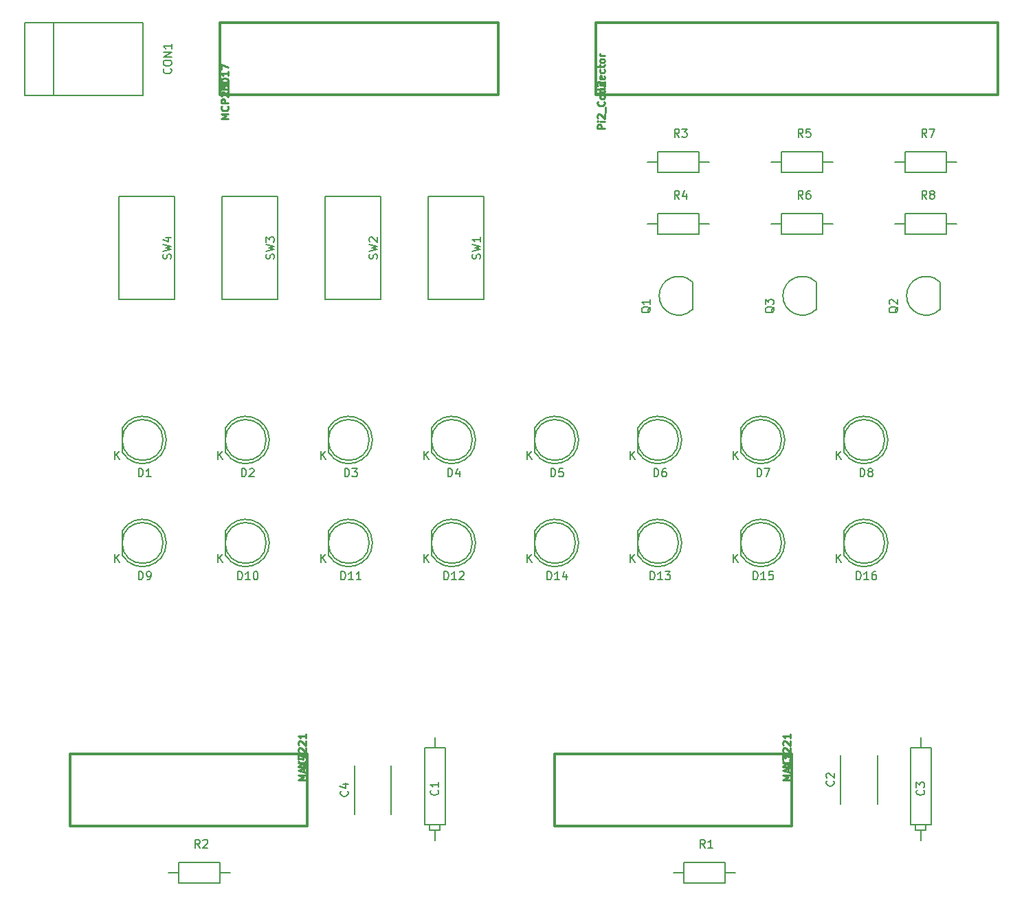
<source format=gbr>
G04 #@! TF.FileFunction,Legend,Top*
%FSLAX46Y46*%
G04 Gerber Fmt 4.6, Leading zero omitted, Abs format (unit mm)*
G04 Created by KiCad (PCBNEW 4.0.2-stable) date Wednesday, 27 July 2016 'pmt' 16:31:02*
%MOMM*%
G01*
G04 APERTURE LIST*
%ADD10C,0.100000*%
%ADD11C,0.150000*%
%ADD12C,0.304800*%
%ADD13C,0.222250*%
G04 APERTURE END LIST*
D10*
D11*
X67130400Y-145241000D02*
X67130400Y-145241000D01*
X67130400Y-145241000D02*
X67130400Y-145241000D01*
X67130400Y-145241000D02*
X67130400Y-145241000D01*
X67130400Y-145241000D02*
X67130400Y-135716000D01*
X67130400Y-135716000D02*
X69670400Y-135716000D01*
X69670400Y-135716000D02*
X69670400Y-145241000D01*
X69670400Y-145241000D02*
X67130400Y-145241000D01*
X67765400Y-145241000D02*
X67765400Y-145241000D01*
X67765400Y-145241000D02*
X67765400Y-145876000D01*
X67765400Y-145876000D02*
X69035400Y-145876000D01*
X69035400Y-145876000D02*
X69035400Y-145241000D01*
X68400400Y-147146000D02*
X68400400Y-147146000D01*
X68400400Y-147146000D02*
X68400400Y-145876000D01*
X68400400Y-145876000D02*
X68400400Y-145876000D01*
X68400400Y-145876000D02*
X68400400Y-145876000D01*
X68400400Y-135716000D02*
X68400400Y-135716000D01*
X68400400Y-135716000D02*
X68400400Y-135716000D01*
X68400400Y-135716000D02*
X68400400Y-134446000D01*
X68400400Y-134446000D02*
X68400400Y-134446000D01*
X68400400Y-134446000D02*
X68400400Y-134446000D01*
X68400400Y-134446000D02*
X68400400Y-134446000D01*
X118400000Y-142660000D02*
X118400000Y-136660000D01*
X122900000Y-136660000D02*
X122900000Y-142660000D01*
X127000000Y-145241000D02*
X127000000Y-145241000D01*
X127000000Y-145241000D02*
X127000000Y-145241000D01*
X127000000Y-145241000D02*
X127000000Y-145241000D01*
X127000000Y-145241000D02*
X127000000Y-135716000D01*
X127000000Y-135716000D02*
X129540000Y-135716000D01*
X129540000Y-135716000D02*
X129540000Y-145241000D01*
X129540000Y-145241000D02*
X127000000Y-145241000D01*
X127635000Y-145241000D02*
X127635000Y-145241000D01*
X127635000Y-145241000D02*
X127635000Y-145876000D01*
X127635000Y-145876000D02*
X128905000Y-145876000D01*
X128905000Y-145876000D02*
X128905000Y-145241000D01*
X128270000Y-147146000D02*
X128270000Y-147146000D01*
X128270000Y-147146000D02*
X128270000Y-145876000D01*
X128270000Y-145876000D02*
X128270000Y-145876000D01*
X128270000Y-145876000D02*
X128270000Y-145876000D01*
X128270000Y-135716000D02*
X128270000Y-135716000D01*
X128270000Y-135716000D02*
X128270000Y-135716000D01*
X128270000Y-135716000D02*
X128270000Y-134446000D01*
X128270000Y-134446000D02*
X128270000Y-134446000D01*
X128270000Y-134446000D02*
X128270000Y-134446000D01*
X128270000Y-134446000D02*
X128270000Y-134446000D01*
X58530400Y-143930000D02*
X58530400Y-137930000D01*
X63030400Y-137930000D02*
X63030400Y-143930000D01*
X21399500Y-46299120D02*
X21399500Y-55300880D01*
X17899380Y-46299120D02*
X17899380Y-55300880D01*
X17899380Y-55300880D02*
X32400240Y-55300880D01*
X32400240Y-55300880D02*
X32400240Y-46299120D01*
X32400240Y-46299120D02*
X17899380Y-46299120D01*
X29900112Y-99314904D02*
G75*
G03X29885000Y-96290000I2484888J1524904D01*
G01*
X29885000Y-99290000D02*
X29885000Y-96290000D01*
X34902936Y-97790000D02*
G75*
G03X34902936Y-97790000I-2517936J0D01*
G01*
X42600112Y-99314904D02*
G75*
G03X42585000Y-96290000I2484888J1524904D01*
G01*
X42585000Y-99290000D02*
X42585000Y-96290000D01*
X47602936Y-97790000D02*
G75*
G03X47602936Y-97790000I-2517936J0D01*
G01*
X55300112Y-99314904D02*
G75*
G03X55285000Y-96290000I2484888J1524904D01*
G01*
X55285000Y-99290000D02*
X55285000Y-96290000D01*
X60302936Y-97790000D02*
G75*
G03X60302936Y-97790000I-2517936J0D01*
G01*
X68000112Y-99314904D02*
G75*
G03X67985000Y-96290000I2484888J1524904D01*
G01*
X67985000Y-99290000D02*
X67985000Y-96290000D01*
X73002936Y-97790000D02*
G75*
G03X73002936Y-97790000I-2517936J0D01*
G01*
X80700112Y-99314904D02*
G75*
G03X80685000Y-96290000I2484888J1524904D01*
G01*
X80685000Y-99290000D02*
X80685000Y-96290000D01*
X85702936Y-97790000D02*
G75*
G03X85702936Y-97790000I-2517936J0D01*
G01*
X93400112Y-99314904D02*
G75*
G03X93385000Y-96290000I2484888J1524904D01*
G01*
X93385000Y-99290000D02*
X93385000Y-96290000D01*
X98402936Y-97790000D02*
G75*
G03X98402936Y-97790000I-2517936J0D01*
G01*
X106100112Y-99314904D02*
G75*
G03X106085000Y-96290000I2484888J1524904D01*
G01*
X106085000Y-99290000D02*
X106085000Y-96290000D01*
X111102936Y-97790000D02*
G75*
G03X111102936Y-97790000I-2517936J0D01*
G01*
X118800112Y-99314904D02*
G75*
G03X118785000Y-96290000I2484888J1524904D01*
G01*
X118785000Y-99290000D02*
X118785000Y-96290000D01*
X123802936Y-97790000D02*
G75*
G03X123802936Y-97790000I-2517936J0D01*
G01*
X29900112Y-112014904D02*
G75*
G03X29885000Y-108990000I2484888J1524904D01*
G01*
X29885000Y-111990000D02*
X29885000Y-108990000D01*
X34902936Y-110490000D02*
G75*
G03X34902936Y-110490000I-2517936J0D01*
G01*
X42600112Y-112014904D02*
G75*
G03X42585000Y-108990000I2484888J1524904D01*
G01*
X42585000Y-111990000D02*
X42585000Y-108990000D01*
X47602936Y-110490000D02*
G75*
G03X47602936Y-110490000I-2517936J0D01*
G01*
X55300112Y-112014904D02*
G75*
G03X55285000Y-108990000I2484888J1524904D01*
G01*
X55285000Y-111990000D02*
X55285000Y-108990000D01*
X60302936Y-110490000D02*
G75*
G03X60302936Y-110490000I-2517936J0D01*
G01*
X68000112Y-112014904D02*
G75*
G03X67985000Y-108990000I2484888J1524904D01*
G01*
X67985000Y-111990000D02*
X67985000Y-108990000D01*
X73002936Y-110490000D02*
G75*
G03X73002936Y-110490000I-2517936J0D01*
G01*
X93400112Y-112014904D02*
G75*
G03X93385000Y-108990000I2484888J1524904D01*
G01*
X93385000Y-111990000D02*
X93385000Y-108990000D01*
X98402936Y-110490000D02*
G75*
G03X98402936Y-110490000I-2517936J0D01*
G01*
X80700112Y-112014904D02*
G75*
G03X80685000Y-108990000I2484888J1524904D01*
G01*
X80685000Y-111990000D02*
X80685000Y-108990000D01*
X85702936Y-110490000D02*
G75*
G03X85702936Y-110490000I-2517936J0D01*
G01*
X106100112Y-112014904D02*
G75*
G03X106085000Y-108990000I2484888J1524904D01*
G01*
X106085000Y-111990000D02*
X106085000Y-108990000D01*
X111102936Y-110490000D02*
G75*
G03X111102936Y-110490000I-2517936J0D01*
G01*
X118800112Y-112014904D02*
G75*
G03X118785000Y-108990000I2484888J1524904D01*
G01*
X118785000Y-111990000D02*
X118785000Y-108990000D01*
X123802936Y-110490000D02*
G75*
G03X123802936Y-110490000I-2517936J0D01*
G01*
X99060000Y-149860000D02*
X104140000Y-149860000D01*
X104140000Y-149860000D02*
X104140000Y-152400000D01*
X104140000Y-152400000D02*
X99060000Y-152400000D01*
X99060000Y-152400000D02*
X99060000Y-149860000D01*
X99060000Y-151130000D02*
X97790000Y-151130000D01*
X104140000Y-151130000D02*
X105410000Y-151130000D01*
X36830000Y-149860000D02*
X41910000Y-149860000D01*
X41910000Y-149860000D02*
X41910000Y-152400000D01*
X41910000Y-152400000D02*
X36830000Y-152400000D01*
X36830000Y-152400000D02*
X36830000Y-149860000D01*
X36830000Y-151130000D02*
X35560000Y-151130000D01*
X41910000Y-151130000D02*
X43180000Y-151130000D01*
D12*
X41910000Y-55245000D02*
X76200000Y-55245000D01*
X76200000Y-55245000D02*
X76200000Y-46355000D01*
X76200000Y-46355000D02*
X41910000Y-46355000D01*
X41910000Y-46355000D02*
X41910000Y-55245000D01*
X88265000Y-55245000D02*
X137795000Y-55245000D01*
X137795000Y-55245000D02*
X137795000Y-46355000D01*
X137795000Y-46355000D02*
X88265000Y-46355000D01*
X88265000Y-46355000D02*
X88265000Y-55245000D01*
X112395000Y-136525000D02*
X83185000Y-136525000D01*
X83185000Y-136525000D02*
X83185000Y-145415000D01*
X83185000Y-145415000D02*
X112395000Y-145415000D01*
X112395000Y-145415000D02*
X112395000Y-136525000D01*
X52705000Y-136525000D02*
X23495000Y-136525000D01*
X23495000Y-136525000D02*
X23495000Y-145415000D01*
X23495000Y-145415000D02*
X52705000Y-145415000D01*
X52705000Y-145415000D02*
X52705000Y-136525000D01*
D11*
X100125000Y-81710000D02*
X100125000Y-78310000D01*
X100122056Y-81707056D02*
G75*
G02X96025000Y-80010000I-1697056J1697056D01*
G01*
X100122056Y-78312944D02*
G75*
G03X96025000Y-80010000I-1697056J-1697056D01*
G01*
X130605000Y-81710000D02*
X130605000Y-78310000D01*
X130602056Y-81707056D02*
G75*
G02X126505000Y-80010000I-1697056J1697056D01*
G01*
X130602056Y-78312944D02*
G75*
G03X126505000Y-80010000I-1697056J-1697056D01*
G01*
X115365000Y-81710000D02*
X115365000Y-78310000D01*
X115362056Y-81707056D02*
G75*
G02X111265000Y-80010000I-1697056J1697056D01*
G01*
X115362056Y-78312944D02*
G75*
G03X111265000Y-80010000I-1697056J-1697056D01*
G01*
X95885000Y-62230000D02*
X100965000Y-62230000D01*
X100965000Y-62230000D02*
X100965000Y-64770000D01*
X100965000Y-64770000D02*
X95885000Y-64770000D01*
X95885000Y-64770000D02*
X95885000Y-62230000D01*
X95885000Y-63500000D02*
X94615000Y-63500000D01*
X100965000Y-63500000D02*
X102235000Y-63500000D01*
X95885000Y-69850000D02*
X100965000Y-69850000D01*
X100965000Y-69850000D02*
X100965000Y-72390000D01*
X100965000Y-72390000D02*
X95885000Y-72390000D01*
X95885000Y-72390000D02*
X95885000Y-69850000D01*
X95885000Y-71120000D02*
X94615000Y-71120000D01*
X100965000Y-71120000D02*
X102235000Y-71120000D01*
X111125000Y-62230000D02*
X116205000Y-62230000D01*
X116205000Y-62230000D02*
X116205000Y-64770000D01*
X116205000Y-64770000D02*
X111125000Y-64770000D01*
X111125000Y-64770000D02*
X111125000Y-62230000D01*
X111125000Y-63500000D02*
X109855000Y-63500000D01*
X116205000Y-63500000D02*
X117475000Y-63500000D01*
X111125000Y-69850000D02*
X116205000Y-69850000D01*
X116205000Y-69850000D02*
X116205000Y-72390000D01*
X116205000Y-72390000D02*
X111125000Y-72390000D01*
X111125000Y-72390000D02*
X111125000Y-69850000D01*
X111125000Y-71120000D02*
X109855000Y-71120000D01*
X116205000Y-71120000D02*
X117475000Y-71120000D01*
X126365000Y-62230000D02*
X131445000Y-62230000D01*
X131445000Y-62230000D02*
X131445000Y-64770000D01*
X131445000Y-64770000D02*
X126365000Y-64770000D01*
X126365000Y-64770000D02*
X126365000Y-62230000D01*
X126365000Y-63500000D02*
X125095000Y-63500000D01*
X131445000Y-63500000D02*
X132715000Y-63500000D01*
X126365000Y-69850000D02*
X131445000Y-69850000D01*
X131445000Y-69850000D02*
X131445000Y-72390000D01*
X131445000Y-72390000D02*
X126365000Y-72390000D01*
X126365000Y-72390000D02*
X126365000Y-69850000D01*
X126365000Y-71120000D02*
X125095000Y-71120000D01*
X131445000Y-71120000D02*
X132715000Y-71120000D01*
X67577200Y-67765400D02*
X74435200Y-67765400D01*
X74435200Y-67765400D02*
X74435200Y-80465400D01*
X74435200Y-80465400D02*
X67577200Y-80465400D01*
X67577200Y-80465400D02*
X67577200Y-67765400D01*
X54877200Y-67765400D02*
X61735200Y-67765400D01*
X61735200Y-67765400D02*
X61735200Y-80465400D01*
X61735200Y-80465400D02*
X54877200Y-80465400D01*
X54877200Y-80465400D02*
X54877200Y-67765400D01*
X42177200Y-67765400D02*
X49035200Y-67765400D01*
X49035200Y-67765400D02*
X49035200Y-80465400D01*
X49035200Y-80465400D02*
X42177200Y-80465400D01*
X42177200Y-80465400D02*
X42177200Y-67765400D01*
X29477200Y-67765400D02*
X36335200Y-67765400D01*
X36335200Y-67765400D02*
X36335200Y-80465400D01*
X36335200Y-80465400D02*
X29477200Y-80465400D01*
X29477200Y-80465400D02*
X29477200Y-67765400D01*
X68757543Y-140962666D02*
X68805162Y-141010285D01*
X68852781Y-141153142D01*
X68852781Y-141248380D01*
X68805162Y-141391238D01*
X68709924Y-141486476D01*
X68614686Y-141534095D01*
X68424210Y-141581714D01*
X68281352Y-141581714D01*
X68090876Y-141534095D01*
X67995638Y-141486476D01*
X67900400Y-141391238D01*
X67852781Y-141248380D01*
X67852781Y-141153142D01*
X67900400Y-141010285D01*
X67948019Y-140962666D01*
X68852781Y-140010285D02*
X68852781Y-140581714D01*
X68852781Y-140296000D02*
X67852781Y-140296000D01*
X67995638Y-140391238D01*
X68090876Y-140486476D01*
X68138495Y-140581714D01*
X117507143Y-139826666D02*
X117554762Y-139874285D01*
X117602381Y-140017142D01*
X117602381Y-140112380D01*
X117554762Y-140255238D01*
X117459524Y-140350476D01*
X117364286Y-140398095D01*
X117173810Y-140445714D01*
X117030952Y-140445714D01*
X116840476Y-140398095D01*
X116745238Y-140350476D01*
X116650000Y-140255238D01*
X116602381Y-140112380D01*
X116602381Y-140017142D01*
X116650000Y-139874285D01*
X116697619Y-139826666D01*
X116697619Y-139445714D02*
X116650000Y-139398095D01*
X116602381Y-139302857D01*
X116602381Y-139064761D01*
X116650000Y-138969523D01*
X116697619Y-138921904D01*
X116792857Y-138874285D01*
X116888095Y-138874285D01*
X117030952Y-138921904D01*
X117602381Y-139493333D01*
X117602381Y-138874285D01*
X128627143Y-140962666D02*
X128674762Y-141010285D01*
X128722381Y-141153142D01*
X128722381Y-141248380D01*
X128674762Y-141391238D01*
X128579524Y-141486476D01*
X128484286Y-141534095D01*
X128293810Y-141581714D01*
X128150952Y-141581714D01*
X127960476Y-141534095D01*
X127865238Y-141486476D01*
X127770000Y-141391238D01*
X127722381Y-141248380D01*
X127722381Y-141153142D01*
X127770000Y-141010285D01*
X127817619Y-140962666D01*
X127722381Y-140629333D02*
X127722381Y-140010285D01*
X128103333Y-140343619D01*
X128103333Y-140200761D01*
X128150952Y-140105523D01*
X128198571Y-140057904D01*
X128293810Y-140010285D01*
X128531905Y-140010285D01*
X128627143Y-140057904D01*
X128674762Y-140105523D01*
X128722381Y-140200761D01*
X128722381Y-140486476D01*
X128674762Y-140581714D01*
X128627143Y-140629333D01*
X57637543Y-141096666D02*
X57685162Y-141144285D01*
X57732781Y-141287142D01*
X57732781Y-141382380D01*
X57685162Y-141525238D01*
X57589924Y-141620476D01*
X57494686Y-141668095D01*
X57304210Y-141715714D01*
X57161352Y-141715714D01*
X56970876Y-141668095D01*
X56875638Y-141620476D01*
X56780400Y-141525238D01*
X56732781Y-141382380D01*
X56732781Y-141287142D01*
X56780400Y-141144285D01*
X56828019Y-141096666D01*
X57066114Y-140239523D02*
X57732781Y-140239523D01*
X56685162Y-140477619D02*
X57399448Y-140715714D01*
X57399448Y-140096666D01*
X35856183Y-52014285D02*
X35903802Y-52061904D01*
X35951421Y-52204761D01*
X35951421Y-52299999D01*
X35903802Y-52442857D01*
X35808564Y-52538095D01*
X35713326Y-52585714D01*
X35522850Y-52633333D01*
X35379992Y-52633333D01*
X35189516Y-52585714D01*
X35094278Y-52538095D01*
X34999040Y-52442857D01*
X34951421Y-52299999D01*
X34951421Y-52204761D01*
X34999040Y-52061904D01*
X35046659Y-52014285D01*
X34951421Y-51395238D02*
X34951421Y-51204761D01*
X34999040Y-51109523D01*
X35094278Y-51014285D01*
X35284754Y-50966666D01*
X35618088Y-50966666D01*
X35808564Y-51014285D01*
X35903802Y-51109523D01*
X35951421Y-51204761D01*
X35951421Y-51395238D01*
X35903802Y-51490476D01*
X35808564Y-51585714D01*
X35618088Y-51633333D01*
X35284754Y-51633333D01*
X35094278Y-51585714D01*
X34999040Y-51490476D01*
X34951421Y-51395238D01*
X35951421Y-50538095D02*
X34951421Y-50538095D01*
X35951421Y-49966666D01*
X34951421Y-49966666D01*
X35951421Y-48966666D02*
X35951421Y-49538095D01*
X35951421Y-49252381D02*
X34951421Y-49252381D01*
X35094278Y-49347619D01*
X35189516Y-49442857D01*
X35237135Y-49538095D01*
X31900905Y-102306381D02*
X31900905Y-101306381D01*
X32139000Y-101306381D01*
X32281858Y-101354000D01*
X32377096Y-101449238D01*
X32424715Y-101544476D01*
X32472334Y-101734952D01*
X32472334Y-101877810D01*
X32424715Y-102068286D01*
X32377096Y-102163524D01*
X32281858Y-102258762D01*
X32139000Y-102306381D01*
X31900905Y-102306381D01*
X33424715Y-102306381D02*
X32853286Y-102306381D01*
X33139000Y-102306381D02*
X33139000Y-101306381D01*
X33043762Y-101449238D01*
X32948524Y-101544476D01*
X32853286Y-101592095D01*
X28948095Y-100147381D02*
X28948095Y-99147381D01*
X29519524Y-100147381D02*
X29090952Y-99575952D01*
X29519524Y-99147381D02*
X28948095Y-99718810D01*
X44600905Y-102306381D02*
X44600905Y-101306381D01*
X44839000Y-101306381D01*
X44981858Y-101354000D01*
X45077096Y-101449238D01*
X45124715Y-101544476D01*
X45172334Y-101734952D01*
X45172334Y-101877810D01*
X45124715Y-102068286D01*
X45077096Y-102163524D01*
X44981858Y-102258762D01*
X44839000Y-102306381D01*
X44600905Y-102306381D01*
X45553286Y-101401619D02*
X45600905Y-101354000D01*
X45696143Y-101306381D01*
X45934239Y-101306381D01*
X46029477Y-101354000D01*
X46077096Y-101401619D01*
X46124715Y-101496857D01*
X46124715Y-101592095D01*
X46077096Y-101734952D01*
X45505667Y-102306381D01*
X46124715Y-102306381D01*
X41648095Y-100147381D02*
X41648095Y-99147381D01*
X42219524Y-100147381D02*
X41790952Y-99575952D01*
X42219524Y-99147381D02*
X41648095Y-99718810D01*
X57300905Y-102306381D02*
X57300905Y-101306381D01*
X57539000Y-101306381D01*
X57681858Y-101354000D01*
X57777096Y-101449238D01*
X57824715Y-101544476D01*
X57872334Y-101734952D01*
X57872334Y-101877810D01*
X57824715Y-102068286D01*
X57777096Y-102163524D01*
X57681858Y-102258762D01*
X57539000Y-102306381D01*
X57300905Y-102306381D01*
X58205667Y-101306381D02*
X58824715Y-101306381D01*
X58491381Y-101687333D01*
X58634239Y-101687333D01*
X58729477Y-101734952D01*
X58777096Y-101782571D01*
X58824715Y-101877810D01*
X58824715Y-102115905D01*
X58777096Y-102211143D01*
X58729477Y-102258762D01*
X58634239Y-102306381D01*
X58348524Y-102306381D01*
X58253286Y-102258762D01*
X58205667Y-102211143D01*
X54348095Y-100147381D02*
X54348095Y-99147381D01*
X54919524Y-100147381D02*
X54490952Y-99575952D01*
X54919524Y-99147381D02*
X54348095Y-99718810D01*
X70000905Y-102306381D02*
X70000905Y-101306381D01*
X70239000Y-101306381D01*
X70381858Y-101354000D01*
X70477096Y-101449238D01*
X70524715Y-101544476D01*
X70572334Y-101734952D01*
X70572334Y-101877810D01*
X70524715Y-102068286D01*
X70477096Y-102163524D01*
X70381858Y-102258762D01*
X70239000Y-102306381D01*
X70000905Y-102306381D01*
X71429477Y-101639714D02*
X71429477Y-102306381D01*
X71191381Y-101258762D02*
X70953286Y-101973048D01*
X71572334Y-101973048D01*
X67048095Y-100147381D02*
X67048095Y-99147381D01*
X67619524Y-100147381D02*
X67190952Y-99575952D01*
X67619524Y-99147381D02*
X67048095Y-99718810D01*
X82700905Y-102306381D02*
X82700905Y-101306381D01*
X82939000Y-101306381D01*
X83081858Y-101354000D01*
X83177096Y-101449238D01*
X83224715Y-101544476D01*
X83272334Y-101734952D01*
X83272334Y-101877810D01*
X83224715Y-102068286D01*
X83177096Y-102163524D01*
X83081858Y-102258762D01*
X82939000Y-102306381D01*
X82700905Y-102306381D01*
X84177096Y-101306381D02*
X83700905Y-101306381D01*
X83653286Y-101782571D01*
X83700905Y-101734952D01*
X83796143Y-101687333D01*
X84034239Y-101687333D01*
X84129477Y-101734952D01*
X84177096Y-101782571D01*
X84224715Y-101877810D01*
X84224715Y-102115905D01*
X84177096Y-102211143D01*
X84129477Y-102258762D01*
X84034239Y-102306381D01*
X83796143Y-102306381D01*
X83700905Y-102258762D01*
X83653286Y-102211143D01*
X79748095Y-100147381D02*
X79748095Y-99147381D01*
X80319524Y-100147381D02*
X79890952Y-99575952D01*
X80319524Y-99147381D02*
X79748095Y-99718810D01*
X95400905Y-102306381D02*
X95400905Y-101306381D01*
X95639000Y-101306381D01*
X95781858Y-101354000D01*
X95877096Y-101449238D01*
X95924715Y-101544476D01*
X95972334Y-101734952D01*
X95972334Y-101877810D01*
X95924715Y-102068286D01*
X95877096Y-102163524D01*
X95781858Y-102258762D01*
X95639000Y-102306381D01*
X95400905Y-102306381D01*
X96829477Y-101306381D02*
X96639000Y-101306381D01*
X96543762Y-101354000D01*
X96496143Y-101401619D01*
X96400905Y-101544476D01*
X96353286Y-101734952D01*
X96353286Y-102115905D01*
X96400905Y-102211143D01*
X96448524Y-102258762D01*
X96543762Y-102306381D01*
X96734239Y-102306381D01*
X96829477Y-102258762D01*
X96877096Y-102211143D01*
X96924715Y-102115905D01*
X96924715Y-101877810D01*
X96877096Y-101782571D01*
X96829477Y-101734952D01*
X96734239Y-101687333D01*
X96543762Y-101687333D01*
X96448524Y-101734952D01*
X96400905Y-101782571D01*
X96353286Y-101877810D01*
X92448095Y-100147381D02*
X92448095Y-99147381D01*
X93019524Y-100147381D02*
X92590952Y-99575952D01*
X93019524Y-99147381D02*
X92448095Y-99718810D01*
X108100905Y-102306381D02*
X108100905Y-101306381D01*
X108339000Y-101306381D01*
X108481858Y-101354000D01*
X108577096Y-101449238D01*
X108624715Y-101544476D01*
X108672334Y-101734952D01*
X108672334Y-101877810D01*
X108624715Y-102068286D01*
X108577096Y-102163524D01*
X108481858Y-102258762D01*
X108339000Y-102306381D01*
X108100905Y-102306381D01*
X109005667Y-101306381D02*
X109672334Y-101306381D01*
X109243762Y-102306381D01*
X105148095Y-100147381D02*
X105148095Y-99147381D01*
X105719524Y-100147381D02*
X105290952Y-99575952D01*
X105719524Y-99147381D02*
X105148095Y-99718810D01*
X120800905Y-102306381D02*
X120800905Y-101306381D01*
X121039000Y-101306381D01*
X121181858Y-101354000D01*
X121277096Y-101449238D01*
X121324715Y-101544476D01*
X121372334Y-101734952D01*
X121372334Y-101877810D01*
X121324715Y-102068286D01*
X121277096Y-102163524D01*
X121181858Y-102258762D01*
X121039000Y-102306381D01*
X120800905Y-102306381D01*
X121943762Y-101734952D02*
X121848524Y-101687333D01*
X121800905Y-101639714D01*
X121753286Y-101544476D01*
X121753286Y-101496857D01*
X121800905Y-101401619D01*
X121848524Y-101354000D01*
X121943762Y-101306381D01*
X122134239Y-101306381D01*
X122229477Y-101354000D01*
X122277096Y-101401619D01*
X122324715Y-101496857D01*
X122324715Y-101544476D01*
X122277096Y-101639714D01*
X122229477Y-101687333D01*
X122134239Y-101734952D01*
X121943762Y-101734952D01*
X121848524Y-101782571D01*
X121800905Y-101830190D01*
X121753286Y-101925429D01*
X121753286Y-102115905D01*
X121800905Y-102211143D01*
X121848524Y-102258762D01*
X121943762Y-102306381D01*
X122134239Y-102306381D01*
X122229477Y-102258762D01*
X122277096Y-102211143D01*
X122324715Y-102115905D01*
X122324715Y-101925429D01*
X122277096Y-101830190D01*
X122229477Y-101782571D01*
X122134239Y-101734952D01*
X117848095Y-100147381D02*
X117848095Y-99147381D01*
X118419524Y-100147381D02*
X117990952Y-99575952D01*
X118419524Y-99147381D02*
X117848095Y-99718810D01*
X31900905Y-115006381D02*
X31900905Y-114006381D01*
X32139000Y-114006381D01*
X32281858Y-114054000D01*
X32377096Y-114149238D01*
X32424715Y-114244476D01*
X32472334Y-114434952D01*
X32472334Y-114577810D01*
X32424715Y-114768286D01*
X32377096Y-114863524D01*
X32281858Y-114958762D01*
X32139000Y-115006381D01*
X31900905Y-115006381D01*
X32948524Y-115006381D02*
X33139000Y-115006381D01*
X33234239Y-114958762D01*
X33281858Y-114911143D01*
X33377096Y-114768286D01*
X33424715Y-114577810D01*
X33424715Y-114196857D01*
X33377096Y-114101619D01*
X33329477Y-114054000D01*
X33234239Y-114006381D01*
X33043762Y-114006381D01*
X32948524Y-114054000D01*
X32900905Y-114101619D01*
X32853286Y-114196857D01*
X32853286Y-114434952D01*
X32900905Y-114530190D01*
X32948524Y-114577810D01*
X33043762Y-114625429D01*
X33234239Y-114625429D01*
X33329477Y-114577810D01*
X33377096Y-114530190D01*
X33424715Y-114434952D01*
X28948095Y-112847381D02*
X28948095Y-111847381D01*
X29519524Y-112847381D02*
X29090952Y-112275952D01*
X29519524Y-111847381D02*
X28948095Y-112418810D01*
X44124714Y-115006381D02*
X44124714Y-114006381D01*
X44362809Y-114006381D01*
X44505667Y-114054000D01*
X44600905Y-114149238D01*
X44648524Y-114244476D01*
X44696143Y-114434952D01*
X44696143Y-114577810D01*
X44648524Y-114768286D01*
X44600905Y-114863524D01*
X44505667Y-114958762D01*
X44362809Y-115006381D01*
X44124714Y-115006381D01*
X45648524Y-115006381D02*
X45077095Y-115006381D01*
X45362809Y-115006381D02*
X45362809Y-114006381D01*
X45267571Y-114149238D01*
X45172333Y-114244476D01*
X45077095Y-114292095D01*
X46267571Y-114006381D02*
X46362810Y-114006381D01*
X46458048Y-114054000D01*
X46505667Y-114101619D01*
X46553286Y-114196857D01*
X46600905Y-114387333D01*
X46600905Y-114625429D01*
X46553286Y-114815905D01*
X46505667Y-114911143D01*
X46458048Y-114958762D01*
X46362810Y-115006381D01*
X46267571Y-115006381D01*
X46172333Y-114958762D01*
X46124714Y-114911143D01*
X46077095Y-114815905D01*
X46029476Y-114625429D01*
X46029476Y-114387333D01*
X46077095Y-114196857D01*
X46124714Y-114101619D01*
X46172333Y-114054000D01*
X46267571Y-114006381D01*
X41648095Y-112847381D02*
X41648095Y-111847381D01*
X42219524Y-112847381D02*
X41790952Y-112275952D01*
X42219524Y-111847381D02*
X41648095Y-112418810D01*
X56824714Y-115006381D02*
X56824714Y-114006381D01*
X57062809Y-114006381D01*
X57205667Y-114054000D01*
X57300905Y-114149238D01*
X57348524Y-114244476D01*
X57396143Y-114434952D01*
X57396143Y-114577810D01*
X57348524Y-114768286D01*
X57300905Y-114863524D01*
X57205667Y-114958762D01*
X57062809Y-115006381D01*
X56824714Y-115006381D01*
X58348524Y-115006381D02*
X57777095Y-115006381D01*
X58062809Y-115006381D02*
X58062809Y-114006381D01*
X57967571Y-114149238D01*
X57872333Y-114244476D01*
X57777095Y-114292095D01*
X59300905Y-115006381D02*
X58729476Y-115006381D01*
X59015190Y-115006381D02*
X59015190Y-114006381D01*
X58919952Y-114149238D01*
X58824714Y-114244476D01*
X58729476Y-114292095D01*
X54348095Y-112847381D02*
X54348095Y-111847381D01*
X54919524Y-112847381D02*
X54490952Y-112275952D01*
X54919524Y-111847381D02*
X54348095Y-112418810D01*
X69524714Y-115006381D02*
X69524714Y-114006381D01*
X69762809Y-114006381D01*
X69905667Y-114054000D01*
X70000905Y-114149238D01*
X70048524Y-114244476D01*
X70096143Y-114434952D01*
X70096143Y-114577810D01*
X70048524Y-114768286D01*
X70000905Y-114863524D01*
X69905667Y-114958762D01*
X69762809Y-115006381D01*
X69524714Y-115006381D01*
X71048524Y-115006381D02*
X70477095Y-115006381D01*
X70762809Y-115006381D02*
X70762809Y-114006381D01*
X70667571Y-114149238D01*
X70572333Y-114244476D01*
X70477095Y-114292095D01*
X71429476Y-114101619D02*
X71477095Y-114054000D01*
X71572333Y-114006381D01*
X71810429Y-114006381D01*
X71905667Y-114054000D01*
X71953286Y-114101619D01*
X72000905Y-114196857D01*
X72000905Y-114292095D01*
X71953286Y-114434952D01*
X71381857Y-115006381D01*
X72000905Y-115006381D01*
X67048095Y-112847381D02*
X67048095Y-111847381D01*
X67619524Y-112847381D02*
X67190952Y-112275952D01*
X67619524Y-111847381D02*
X67048095Y-112418810D01*
X94924714Y-115006381D02*
X94924714Y-114006381D01*
X95162809Y-114006381D01*
X95305667Y-114054000D01*
X95400905Y-114149238D01*
X95448524Y-114244476D01*
X95496143Y-114434952D01*
X95496143Y-114577810D01*
X95448524Y-114768286D01*
X95400905Y-114863524D01*
X95305667Y-114958762D01*
X95162809Y-115006381D01*
X94924714Y-115006381D01*
X96448524Y-115006381D02*
X95877095Y-115006381D01*
X96162809Y-115006381D02*
X96162809Y-114006381D01*
X96067571Y-114149238D01*
X95972333Y-114244476D01*
X95877095Y-114292095D01*
X96781857Y-114006381D02*
X97400905Y-114006381D01*
X97067571Y-114387333D01*
X97210429Y-114387333D01*
X97305667Y-114434952D01*
X97353286Y-114482571D01*
X97400905Y-114577810D01*
X97400905Y-114815905D01*
X97353286Y-114911143D01*
X97305667Y-114958762D01*
X97210429Y-115006381D01*
X96924714Y-115006381D01*
X96829476Y-114958762D01*
X96781857Y-114911143D01*
X92448095Y-112847381D02*
X92448095Y-111847381D01*
X93019524Y-112847381D02*
X92590952Y-112275952D01*
X93019524Y-111847381D02*
X92448095Y-112418810D01*
X82224714Y-115006381D02*
X82224714Y-114006381D01*
X82462809Y-114006381D01*
X82605667Y-114054000D01*
X82700905Y-114149238D01*
X82748524Y-114244476D01*
X82796143Y-114434952D01*
X82796143Y-114577810D01*
X82748524Y-114768286D01*
X82700905Y-114863524D01*
X82605667Y-114958762D01*
X82462809Y-115006381D01*
X82224714Y-115006381D01*
X83748524Y-115006381D02*
X83177095Y-115006381D01*
X83462809Y-115006381D02*
X83462809Y-114006381D01*
X83367571Y-114149238D01*
X83272333Y-114244476D01*
X83177095Y-114292095D01*
X84605667Y-114339714D02*
X84605667Y-115006381D01*
X84367571Y-113958762D02*
X84129476Y-114673048D01*
X84748524Y-114673048D01*
X79748095Y-112847381D02*
X79748095Y-111847381D01*
X80319524Y-112847381D02*
X79890952Y-112275952D01*
X80319524Y-111847381D02*
X79748095Y-112418810D01*
X107624714Y-115006381D02*
X107624714Y-114006381D01*
X107862809Y-114006381D01*
X108005667Y-114054000D01*
X108100905Y-114149238D01*
X108148524Y-114244476D01*
X108196143Y-114434952D01*
X108196143Y-114577810D01*
X108148524Y-114768286D01*
X108100905Y-114863524D01*
X108005667Y-114958762D01*
X107862809Y-115006381D01*
X107624714Y-115006381D01*
X109148524Y-115006381D02*
X108577095Y-115006381D01*
X108862809Y-115006381D02*
X108862809Y-114006381D01*
X108767571Y-114149238D01*
X108672333Y-114244476D01*
X108577095Y-114292095D01*
X110053286Y-114006381D02*
X109577095Y-114006381D01*
X109529476Y-114482571D01*
X109577095Y-114434952D01*
X109672333Y-114387333D01*
X109910429Y-114387333D01*
X110005667Y-114434952D01*
X110053286Y-114482571D01*
X110100905Y-114577810D01*
X110100905Y-114815905D01*
X110053286Y-114911143D01*
X110005667Y-114958762D01*
X109910429Y-115006381D01*
X109672333Y-115006381D01*
X109577095Y-114958762D01*
X109529476Y-114911143D01*
X105148095Y-112847381D02*
X105148095Y-111847381D01*
X105719524Y-112847381D02*
X105290952Y-112275952D01*
X105719524Y-111847381D02*
X105148095Y-112418810D01*
X120324714Y-115006381D02*
X120324714Y-114006381D01*
X120562809Y-114006381D01*
X120705667Y-114054000D01*
X120800905Y-114149238D01*
X120848524Y-114244476D01*
X120896143Y-114434952D01*
X120896143Y-114577810D01*
X120848524Y-114768286D01*
X120800905Y-114863524D01*
X120705667Y-114958762D01*
X120562809Y-115006381D01*
X120324714Y-115006381D01*
X121848524Y-115006381D02*
X121277095Y-115006381D01*
X121562809Y-115006381D02*
X121562809Y-114006381D01*
X121467571Y-114149238D01*
X121372333Y-114244476D01*
X121277095Y-114292095D01*
X122705667Y-114006381D02*
X122515190Y-114006381D01*
X122419952Y-114054000D01*
X122372333Y-114101619D01*
X122277095Y-114244476D01*
X122229476Y-114434952D01*
X122229476Y-114815905D01*
X122277095Y-114911143D01*
X122324714Y-114958762D01*
X122419952Y-115006381D01*
X122610429Y-115006381D01*
X122705667Y-114958762D01*
X122753286Y-114911143D01*
X122800905Y-114815905D01*
X122800905Y-114577810D01*
X122753286Y-114482571D01*
X122705667Y-114434952D01*
X122610429Y-114387333D01*
X122419952Y-114387333D01*
X122324714Y-114434952D01*
X122277095Y-114482571D01*
X122229476Y-114577810D01*
X117848095Y-112847381D02*
X117848095Y-111847381D01*
X118419524Y-112847381D02*
X117990952Y-112275952D01*
X118419524Y-111847381D02*
X117848095Y-112418810D01*
X101682254Y-148082261D02*
X101348920Y-147606070D01*
X101110825Y-148082261D02*
X101110825Y-147082261D01*
X101491778Y-147082261D01*
X101587016Y-147129880D01*
X101634635Y-147177499D01*
X101682254Y-147272737D01*
X101682254Y-147415594D01*
X101634635Y-147510832D01*
X101587016Y-147558451D01*
X101491778Y-147606070D01*
X101110825Y-147606070D01*
X102634635Y-148082261D02*
X102063206Y-148082261D01*
X102348920Y-148082261D02*
X102348920Y-147082261D01*
X102253682Y-147225118D01*
X102158444Y-147320356D01*
X102063206Y-147367975D01*
X39452254Y-148082261D02*
X39118920Y-147606070D01*
X38880825Y-148082261D02*
X38880825Y-147082261D01*
X39261778Y-147082261D01*
X39357016Y-147129880D01*
X39404635Y-147177499D01*
X39452254Y-147272737D01*
X39452254Y-147415594D01*
X39404635Y-147510832D01*
X39357016Y-147558451D01*
X39261778Y-147606070D01*
X38880825Y-147606070D01*
X39833206Y-147177499D02*
X39880825Y-147129880D01*
X39976063Y-147082261D01*
X40214159Y-147082261D01*
X40309397Y-147129880D01*
X40357016Y-147177499D01*
X40404635Y-147272737D01*
X40404635Y-147367975D01*
X40357016Y-147510832D01*
X39785587Y-148082261D01*
X40404635Y-148082261D01*
D13*
X42058167Y-55033333D02*
X42777833Y-55033333D01*
X42862500Y-54991000D01*
X42904833Y-54948667D01*
X42947167Y-54864000D01*
X42947167Y-54694667D01*
X42904833Y-54610000D01*
X42862500Y-54567667D01*
X42777833Y-54525333D01*
X42058167Y-54525333D01*
X42947167Y-53636334D02*
X42947167Y-54144334D01*
X42947167Y-53890334D02*
X42058167Y-53890334D01*
X42185167Y-53975000D01*
X42269833Y-54059667D01*
X42312167Y-54144334D01*
D12*
D13*
X42947167Y-58166000D02*
X42058167Y-58166000D01*
X42693167Y-57869667D01*
X42058167Y-57573334D01*
X42947167Y-57573334D01*
X42862500Y-56642000D02*
X42904833Y-56684334D01*
X42947167Y-56811334D01*
X42947167Y-56896000D01*
X42904833Y-57023000D01*
X42820167Y-57107667D01*
X42735500Y-57150000D01*
X42566167Y-57192334D01*
X42439167Y-57192334D01*
X42269833Y-57150000D01*
X42185167Y-57107667D01*
X42100500Y-57023000D01*
X42058167Y-56896000D01*
X42058167Y-56811334D01*
X42100500Y-56684334D01*
X42142833Y-56642000D01*
X42947167Y-56261000D02*
X42058167Y-56261000D01*
X42058167Y-55922334D01*
X42100500Y-55837667D01*
X42142833Y-55795334D01*
X42227500Y-55753000D01*
X42354500Y-55753000D01*
X42439167Y-55795334D01*
X42481500Y-55837667D01*
X42523833Y-55922334D01*
X42523833Y-56261000D01*
X42142833Y-55414334D02*
X42100500Y-55372000D01*
X42058167Y-55287334D01*
X42058167Y-55075667D01*
X42100500Y-54991000D01*
X42142833Y-54948667D01*
X42227500Y-54906334D01*
X42312167Y-54906334D01*
X42439167Y-54948667D01*
X42947167Y-55456667D01*
X42947167Y-54906334D01*
X42058167Y-54610000D02*
X42058167Y-54059667D01*
X42396833Y-54356000D01*
X42396833Y-54229000D01*
X42439167Y-54144333D01*
X42481500Y-54102000D01*
X42566167Y-54059667D01*
X42777833Y-54059667D01*
X42862500Y-54102000D01*
X42904833Y-54144333D01*
X42947167Y-54229000D01*
X42947167Y-54483000D01*
X42904833Y-54567667D01*
X42862500Y-54610000D01*
X42058167Y-53509333D02*
X42058167Y-53424666D01*
X42100500Y-53340000D01*
X42142833Y-53297666D01*
X42227500Y-53255333D01*
X42396833Y-53213000D01*
X42608500Y-53213000D01*
X42777833Y-53255333D01*
X42862500Y-53297666D01*
X42904833Y-53340000D01*
X42947167Y-53424666D01*
X42947167Y-53509333D01*
X42904833Y-53594000D01*
X42862500Y-53636333D01*
X42777833Y-53678666D01*
X42608500Y-53721000D01*
X42396833Y-53721000D01*
X42227500Y-53678666D01*
X42142833Y-53636333D01*
X42100500Y-53594000D01*
X42058167Y-53509333D01*
X42947167Y-52366333D02*
X42947167Y-52874333D01*
X42947167Y-52620333D02*
X42058167Y-52620333D01*
X42185167Y-52704999D01*
X42269833Y-52789666D01*
X42312167Y-52874333D01*
X42058167Y-52069999D02*
X42058167Y-51477332D01*
X42947167Y-51858332D01*
D12*
D13*
X88413167Y-55033333D02*
X89132833Y-55033333D01*
X89217500Y-54991000D01*
X89259833Y-54948667D01*
X89302167Y-54864000D01*
X89302167Y-54694667D01*
X89259833Y-54610000D01*
X89217500Y-54567667D01*
X89132833Y-54525333D01*
X88413167Y-54525333D01*
X88497833Y-54144334D02*
X88455500Y-54102000D01*
X88413167Y-54017334D01*
X88413167Y-53805667D01*
X88455500Y-53721000D01*
X88497833Y-53678667D01*
X88582500Y-53636334D01*
X88667167Y-53636334D01*
X88794167Y-53678667D01*
X89302167Y-54186667D01*
X89302167Y-53636334D01*
D12*
D13*
X89302167Y-59414832D02*
X88413167Y-59414832D01*
X88413167Y-59076166D01*
X88455500Y-58991499D01*
X88497833Y-58949166D01*
X88582500Y-58906832D01*
X88709500Y-58906832D01*
X88794167Y-58949166D01*
X88836500Y-58991499D01*
X88878833Y-59076166D01*
X88878833Y-59414832D01*
X89302167Y-58525832D02*
X88709500Y-58525832D01*
X88413167Y-58525832D02*
X88455500Y-58568166D01*
X88497833Y-58525832D01*
X88455500Y-58483499D01*
X88413167Y-58525832D01*
X88497833Y-58525832D01*
X88497833Y-58144833D02*
X88455500Y-58102499D01*
X88413167Y-58017833D01*
X88413167Y-57806166D01*
X88455500Y-57721499D01*
X88497833Y-57679166D01*
X88582500Y-57636833D01*
X88667167Y-57636833D01*
X88794167Y-57679166D01*
X89302167Y-58187166D01*
X89302167Y-57636833D01*
X89386833Y-57467499D02*
X89386833Y-56790166D01*
X89217500Y-56070499D02*
X89259833Y-56112833D01*
X89302167Y-56239833D01*
X89302167Y-56324499D01*
X89259833Y-56451499D01*
X89175167Y-56536166D01*
X89090500Y-56578499D01*
X88921167Y-56620833D01*
X88794167Y-56620833D01*
X88624833Y-56578499D01*
X88540167Y-56536166D01*
X88455500Y-56451499D01*
X88413167Y-56324499D01*
X88413167Y-56239833D01*
X88455500Y-56112833D01*
X88497833Y-56070499D01*
X89302167Y-55562499D02*
X89259833Y-55647166D01*
X89217500Y-55689499D01*
X89132833Y-55731833D01*
X88878833Y-55731833D01*
X88794167Y-55689499D01*
X88751833Y-55647166D01*
X88709500Y-55562499D01*
X88709500Y-55435499D01*
X88751833Y-55350833D01*
X88794167Y-55308499D01*
X88878833Y-55266166D01*
X89132833Y-55266166D01*
X89217500Y-55308499D01*
X89259833Y-55350833D01*
X89302167Y-55435499D01*
X89302167Y-55562499D01*
X88709500Y-54885166D02*
X89302167Y-54885166D01*
X88794167Y-54885166D02*
X88751833Y-54842833D01*
X88709500Y-54758166D01*
X88709500Y-54631166D01*
X88751833Y-54546500D01*
X88836500Y-54504166D01*
X89302167Y-54504166D01*
X88709500Y-54080833D02*
X89302167Y-54080833D01*
X88794167Y-54080833D02*
X88751833Y-54038500D01*
X88709500Y-53953833D01*
X88709500Y-53826833D01*
X88751833Y-53742167D01*
X88836500Y-53699833D01*
X89302167Y-53699833D01*
X89259833Y-52937834D02*
X89302167Y-53022500D01*
X89302167Y-53191834D01*
X89259833Y-53276500D01*
X89175167Y-53318834D01*
X88836500Y-53318834D01*
X88751833Y-53276500D01*
X88709500Y-53191834D01*
X88709500Y-53022500D01*
X88751833Y-52937834D01*
X88836500Y-52895500D01*
X88921167Y-52895500D01*
X89005833Y-53318834D01*
X89259833Y-52133500D02*
X89302167Y-52218167D01*
X89302167Y-52387500D01*
X89259833Y-52472167D01*
X89217500Y-52514500D01*
X89132833Y-52556834D01*
X88878833Y-52556834D01*
X88794167Y-52514500D01*
X88751833Y-52472167D01*
X88709500Y-52387500D01*
X88709500Y-52218167D01*
X88751833Y-52133500D01*
X88709500Y-51879500D02*
X88709500Y-51540834D01*
X88413167Y-51752500D02*
X89175167Y-51752500D01*
X89259833Y-51710167D01*
X89302167Y-51625500D01*
X89302167Y-51540834D01*
X89302167Y-51117500D02*
X89259833Y-51202167D01*
X89217500Y-51244500D01*
X89132833Y-51286834D01*
X88878833Y-51286834D01*
X88794167Y-51244500D01*
X88751833Y-51202167D01*
X88709500Y-51117500D01*
X88709500Y-50990500D01*
X88751833Y-50905834D01*
X88794167Y-50863500D01*
X88878833Y-50821167D01*
X89132833Y-50821167D01*
X89217500Y-50863500D01*
X89259833Y-50905834D01*
X89302167Y-50990500D01*
X89302167Y-51117500D01*
X89302167Y-50440167D02*
X88709500Y-50440167D01*
X88878833Y-50440167D02*
X88794167Y-50397834D01*
X88751833Y-50355501D01*
X88709500Y-50270834D01*
X88709500Y-50186167D01*
D12*
D13*
X111273167Y-138091333D02*
X111992833Y-138091333D01*
X112077500Y-138049000D01*
X112119833Y-138006667D01*
X112162167Y-137922000D01*
X112162167Y-137752667D01*
X112119833Y-137668000D01*
X112077500Y-137625667D01*
X111992833Y-137583333D01*
X111273167Y-137583333D01*
X111273167Y-137244667D02*
X111273167Y-136694334D01*
X111611833Y-136990667D01*
X111611833Y-136863667D01*
X111654167Y-136779000D01*
X111696500Y-136736667D01*
X111781167Y-136694334D01*
X111992833Y-136694334D01*
X112077500Y-136736667D01*
X112119833Y-136779000D01*
X112162167Y-136863667D01*
X112162167Y-137117667D01*
X112119833Y-137202334D01*
X112077500Y-137244667D01*
D12*
D13*
X112162167Y-139700000D02*
X111273167Y-139700000D01*
X111908167Y-139403667D01*
X111273167Y-139107334D01*
X112162167Y-139107334D01*
X111908167Y-138726334D02*
X111908167Y-138303000D01*
X112162167Y-138811000D02*
X111273167Y-138514667D01*
X112162167Y-138218334D01*
X111273167Y-138006667D02*
X112162167Y-137414000D01*
X111273167Y-137414000D02*
X112162167Y-138006667D01*
X111273167Y-137160000D02*
X111273167Y-136567333D01*
X112162167Y-136948333D01*
X111357833Y-136271000D02*
X111315500Y-136228666D01*
X111273167Y-136144000D01*
X111273167Y-135932333D01*
X111315500Y-135847666D01*
X111357833Y-135805333D01*
X111442500Y-135763000D01*
X111527167Y-135763000D01*
X111654167Y-135805333D01*
X112162167Y-136313333D01*
X112162167Y-135763000D01*
X111357833Y-135424333D02*
X111315500Y-135381999D01*
X111273167Y-135297333D01*
X111273167Y-135085666D01*
X111315500Y-135000999D01*
X111357833Y-134958666D01*
X111442500Y-134916333D01*
X111527167Y-134916333D01*
X111654167Y-134958666D01*
X112162167Y-135466666D01*
X112162167Y-134916333D01*
X112162167Y-134069666D02*
X112162167Y-134577666D01*
X112162167Y-134323666D02*
X111273167Y-134323666D01*
X111400167Y-134408332D01*
X111484833Y-134492999D01*
X111527167Y-134577666D01*
D12*
D13*
X51583167Y-138091333D02*
X52302833Y-138091333D01*
X52387500Y-138049000D01*
X52429833Y-138006667D01*
X52472167Y-137922000D01*
X52472167Y-137752667D01*
X52429833Y-137668000D01*
X52387500Y-137625667D01*
X52302833Y-137583333D01*
X51583167Y-137583333D01*
X51879500Y-136779000D02*
X52472167Y-136779000D01*
X51540833Y-136990667D02*
X52175833Y-137202334D01*
X52175833Y-136652000D01*
D12*
D13*
X52472167Y-139700000D02*
X51583167Y-139700000D01*
X52218167Y-139403667D01*
X51583167Y-139107334D01*
X52472167Y-139107334D01*
X52218167Y-138726334D02*
X52218167Y-138303000D01*
X52472167Y-138811000D02*
X51583167Y-138514667D01*
X52472167Y-138218334D01*
X51583167Y-138006667D02*
X52472167Y-137414000D01*
X51583167Y-137414000D02*
X52472167Y-138006667D01*
X51583167Y-137160000D02*
X51583167Y-136567333D01*
X52472167Y-136948333D01*
X51667833Y-136271000D02*
X51625500Y-136228666D01*
X51583167Y-136144000D01*
X51583167Y-135932333D01*
X51625500Y-135847666D01*
X51667833Y-135805333D01*
X51752500Y-135763000D01*
X51837167Y-135763000D01*
X51964167Y-135805333D01*
X52472167Y-136313333D01*
X52472167Y-135763000D01*
X51667833Y-135424333D02*
X51625500Y-135381999D01*
X51583167Y-135297333D01*
X51583167Y-135085666D01*
X51625500Y-135000999D01*
X51667833Y-134958666D01*
X51752500Y-134916333D01*
X51837167Y-134916333D01*
X51964167Y-134958666D01*
X52472167Y-135466666D01*
X52472167Y-134916333D01*
X52472167Y-134069666D02*
X52472167Y-134577666D01*
X52472167Y-134323666D02*
X51583167Y-134323666D01*
X51710167Y-134408332D01*
X51794833Y-134492999D01*
X51837167Y-134577666D01*
D12*
D11*
X94972619Y-81375238D02*
X94925000Y-81470476D01*
X94829762Y-81565714D01*
X94686905Y-81708571D01*
X94639286Y-81803810D01*
X94639286Y-81899048D01*
X94877381Y-81851429D02*
X94829762Y-81946667D01*
X94734524Y-82041905D01*
X94544048Y-82089524D01*
X94210714Y-82089524D01*
X94020238Y-82041905D01*
X93925000Y-81946667D01*
X93877381Y-81851429D01*
X93877381Y-81660952D01*
X93925000Y-81565714D01*
X94020238Y-81470476D01*
X94210714Y-81422857D01*
X94544048Y-81422857D01*
X94734524Y-81470476D01*
X94829762Y-81565714D01*
X94877381Y-81660952D01*
X94877381Y-81851429D01*
X94877381Y-80470476D02*
X94877381Y-81041905D01*
X94877381Y-80756191D02*
X93877381Y-80756191D01*
X94020238Y-80851429D01*
X94115476Y-80946667D01*
X94163095Y-81041905D01*
X125452619Y-81375238D02*
X125405000Y-81470476D01*
X125309762Y-81565714D01*
X125166905Y-81708571D01*
X125119286Y-81803810D01*
X125119286Y-81899048D01*
X125357381Y-81851429D02*
X125309762Y-81946667D01*
X125214524Y-82041905D01*
X125024048Y-82089524D01*
X124690714Y-82089524D01*
X124500238Y-82041905D01*
X124405000Y-81946667D01*
X124357381Y-81851429D01*
X124357381Y-81660952D01*
X124405000Y-81565714D01*
X124500238Y-81470476D01*
X124690714Y-81422857D01*
X125024048Y-81422857D01*
X125214524Y-81470476D01*
X125309762Y-81565714D01*
X125357381Y-81660952D01*
X125357381Y-81851429D01*
X124452619Y-81041905D02*
X124405000Y-80994286D01*
X124357381Y-80899048D01*
X124357381Y-80660952D01*
X124405000Y-80565714D01*
X124452619Y-80518095D01*
X124547857Y-80470476D01*
X124643095Y-80470476D01*
X124785952Y-80518095D01*
X125357381Y-81089524D01*
X125357381Y-80470476D01*
X110212619Y-81375238D02*
X110165000Y-81470476D01*
X110069762Y-81565714D01*
X109926905Y-81708571D01*
X109879286Y-81803810D01*
X109879286Y-81899048D01*
X110117381Y-81851429D02*
X110069762Y-81946667D01*
X109974524Y-82041905D01*
X109784048Y-82089524D01*
X109450714Y-82089524D01*
X109260238Y-82041905D01*
X109165000Y-81946667D01*
X109117381Y-81851429D01*
X109117381Y-81660952D01*
X109165000Y-81565714D01*
X109260238Y-81470476D01*
X109450714Y-81422857D01*
X109784048Y-81422857D01*
X109974524Y-81470476D01*
X110069762Y-81565714D01*
X110117381Y-81660952D01*
X110117381Y-81851429D01*
X109117381Y-81089524D02*
X109117381Y-80470476D01*
X109498333Y-80803810D01*
X109498333Y-80660952D01*
X109545952Y-80565714D01*
X109593571Y-80518095D01*
X109688810Y-80470476D01*
X109926905Y-80470476D01*
X110022143Y-80518095D01*
X110069762Y-80565714D01*
X110117381Y-80660952D01*
X110117381Y-80946667D01*
X110069762Y-81041905D01*
X110022143Y-81089524D01*
X98507254Y-60452261D02*
X98173920Y-59976070D01*
X97935825Y-60452261D02*
X97935825Y-59452261D01*
X98316778Y-59452261D01*
X98412016Y-59499880D01*
X98459635Y-59547499D01*
X98507254Y-59642737D01*
X98507254Y-59785594D01*
X98459635Y-59880832D01*
X98412016Y-59928451D01*
X98316778Y-59976070D01*
X97935825Y-59976070D01*
X98840587Y-59452261D02*
X99459635Y-59452261D01*
X99126301Y-59833213D01*
X99269159Y-59833213D01*
X99364397Y-59880832D01*
X99412016Y-59928451D01*
X99459635Y-60023690D01*
X99459635Y-60261785D01*
X99412016Y-60357023D01*
X99364397Y-60404642D01*
X99269159Y-60452261D01*
X98983444Y-60452261D01*
X98888206Y-60404642D01*
X98840587Y-60357023D01*
X98507254Y-68072261D02*
X98173920Y-67596070D01*
X97935825Y-68072261D02*
X97935825Y-67072261D01*
X98316778Y-67072261D01*
X98412016Y-67119880D01*
X98459635Y-67167499D01*
X98507254Y-67262737D01*
X98507254Y-67405594D01*
X98459635Y-67500832D01*
X98412016Y-67548451D01*
X98316778Y-67596070D01*
X97935825Y-67596070D01*
X99364397Y-67405594D02*
X99364397Y-68072261D01*
X99126301Y-67024642D02*
X98888206Y-67738928D01*
X99507254Y-67738928D01*
X113747254Y-60452261D02*
X113413920Y-59976070D01*
X113175825Y-60452261D02*
X113175825Y-59452261D01*
X113556778Y-59452261D01*
X113652016Y-59499880D01*
X113699635Y-59547499D01*
X113747254Y-59642737D01*
X113747254Y-59785594D01*
X113699635Y-59880832D01*
X113652016Y-59928451D01*
X113556778Y-59976070D01*
X113175825Y-59976070D01*
X114652016Y-59452261D02*
X114175825Y-59452261D01*
X114128206Y-59928451D01*
X114175825Y-59880832D01*
X114271063Y-59833213D01*
X114509159Y-59833213D01*
X114604397Y-59880832D01*
X114652016Y-59928451D01*
X114699635Y-60023690D01*
X114699635Y-60261785D01*
X114652016Y-60357023D01*
X114604397Y-60404642D01*
X114509159Y-60452261D01*
X114271063Y-60452261D01*
X114175825Y-60404642D01*
X114128206Y-60357023D01*
X113747254Y-68072261D02*
X113413920Y-67596070D01*
X113175825Y-68072261D02*
X113175825Y-67072261D01*
X113556778Y-67072261D01*
X113652016Y-67119880D01*
X113699635Y-67167499D01*
X113747254Y-67262737D01*
X113747254Y-67405594D01*
X113699635Y-67500832D01*
X113652016Y-67548451D01*
X113556778Y-67596070D01*
X113175825Y-67596070D01*
X114604397Y-67072261D02*
X114413920Y-67072261D01*
X114318682Y-67119880D01*
X114271063Y-67167499D01*
X114175825Y-67310356D01*
X114128206Y-67500832D01*
X114128206Y-67881785D01*
X114175825Y-67977023D01*
X114223444Y-68024642D01*
X114318682Y-68072261D01*
X114509159Y-68072261D01*
X114604397Y-68024642D01*
X114652016Y-67977023D01*
X114699635Y-67881785D01*
X114699635Y-67643690D01*
X114652016Y-67548451D01*
X114604397Y-67500832D01*
X114509159Y-67453213D01*
X114318682Y-67453213D01*
X114223444Y-67500832D01*
X114175825Y-67548451D01*
X114128206Y-67643690D01*
X128987254Y-60452261D02*
X128653920Y-59976070D01*
X128415825Y-60452261D02*
X128415825Y-59452261D01*
X128796778Y-59452261D01*
X128892016Y-59499880D01*
X128939635Y-59547499D01*
X128987254Y-59642737D01*
X128987254Y-59785594D01*
X128939635Y-59880832D01*
X128892016Y-59928451D01*
X128796778Y-59976070D01*
X128415825Y-59976070D01*
X129320587Y-59452261D02*
X129987254Y-59452261D01*
X129558682Y-60452261D01*
X128987254Y-68072261D02*
X128653920Y-67596070D01*
X128415825Y-68072261D02*
X128415825Y-67072261D01*
X128796778Y-67072261D01*
X128892016Y-67119880D01*
X128939635Y-67167499D01*
X128987254Y-67262737D01*
X128987254Y-67405594D01*
X128939635Y-67500832D01*
X128892016Y-67548451D01*
X128796778Y-67596070D01*
X128415825Y-67596070D01*
X129558682Y-67500832D02*
X129463444Y-67453213D01*
X129415825Y-67405594D01*
X129368206Y-67310356D01*
X129368206Y-67262737D01*
X129415825Y-67167499D01*
X129463444Y-67119880D01*
X129558682Y-67072261D01*
X129749159Y-67072261D01*
X129844397Y-67119880D01*
X129892016Y-67167499D01*
X129939635Y-67262737D01*
X129939635Y-67310356D01*
X129892016Y-67405594D01*
X129844397Y-67453213D01*
X129749159Y-67500832D01*
X129558682Y-67500832D01*
X129463444Y-67548451D01*
X129415825Y-67596070D01*
X129368206Y-67691309D01*
X129368206Y-67881785D01*
X129415825Y-67977023D01*
X129463444Y-68024642D01*
X129558682Y-68072261D01*
X129749159Y-68072261D01*
X129844397Y-68024642D01*
X129892016Y-67977023D01*
X129939635Y-67881785D01*
X129939635Y-67691309D01*
X129892016Y-67596070D01*
X129844397Y-67548451D01*
X129749159Y-67500832D01*
X73950962Y-75448733D02*
X73998581Y-75305876D01*
X73998581Y-75067780D01*
X73950962Y-74972542D01*
X73903343Y-74924923D01*
X73808105Y-74877304D01*
X73712867Y-74877304D01*
X73617629Y-74924923D01*
X73570010Y-74972542D01*
X73522390Y-75067780D01*
X73474771Y-75258257D01*
X73427152Y-75353495D01*
X73379533Y-75401114D01*
X73284295Y-75448733D01*
X73189057Y-75448733D01*
X73093819Y-75401114D01*
X73046200Y-75353495D01*
X72998581Y-75258257D01*
X72998581Y-75020161D01*
X73046200Y-74877304D01*
X72998581Y-74543971D02*
X73998581Y-74305876D01*
X73284295Y-74115399D01*
X73998581Y-73924923D01*
X72998581Y-73686828D01*
X73998581Y-72782066D02*
X73998581Y-73353495D01*
X73998581Y-73067781D02*
X72998581Y-73067781D01*
X73141438Y-73163019D01*
X73236676Y-73258257D01*
X73284295Y-73353495D01*
X61250962Y-75448733D02*
X61298581Y-75305876D01*
X61298581Y-75067780D01*
X61250962Y-74972542D01*
X61203343Y-74924923D01*
X61108105Y-74877304D01*
X61012867Y-74877304D01*
X60917629Y-74924923D01*
X60870010Y-74972542D01*
X60822390Y-75067780D01*
X60774771Y-75258257D01*
X60727152Y-75353495D01*
X60679533Y-75401114D01*
X60584295Y-75448733D01*
X60489057Y-75448733D01*
X60393819Y-75401114D01*
X60346200Y-75353495D01*
X60298581Y-75258257D01*
X60298581Y-75020161D01*
X60346200Y-74877304D01*
X60298581Y-74543971D02*
X61298581Y-74305876D01*
X60584295Y-74115399D01*
X61298581Y-73924923D01*
X60298581Y-73686828D01*
X60393819Y-73353495D02*
X60346200Y-73305876D01*
X60298581Y-73210638D01*
X60298581Y-72972542D01*
X60346200Y-72877304D01*
X60393819Y-72829685D01*
X60489057Y-72782066D01*
X60584295Y-72782066D01*
X60727152Y-72829685D01*
X61298581Y-73401114D01*
X61298581Y-72782066D01*
X48550962Y-75448733D02*
X48598581Y-75305876D01*
X48598581Y-75067780D01*
X48550962Y-74972542D01*
X48503343Y-74924923D01*
X48408105Y-74877304D01*
X48312867Y-74877304D01*
X48217629Y-74924923D01*
X48170010Y-74972542D01*
X48122390Y-75067780D01*
X48074771Y-75258257D01*
X48027152Y-75353495D01*
X47979533Y-75401114D01*
X47884295Y-75448733D01*
X47789057Y-75448733D01*
X47693819Y-75401114D01*
X47646200Y-75353495D01*
X47598581Y-75258257D01*
X47598581Y-75020161D01*
X47646200Y-74877304D01*
X47598581Y-74543971D02*
X48598581Y-74305876D01*
X47884295Y-74115399D01*
X48598581Y-73924923D01*
X47598581Y-73686828D01*
X47598581Y-73401114D02*
X47598581Y-72782066D01*
X47979533Y-73115400D01*
X47979533Y-72972542D01*
X48027152Y-72877304D01*
X48074771Y-72829685D01*
X48170010Y-72782066D01*
X48408105Y-72782066D01*
X48503343Y-72829685D01*
X48550962Y-72877304D01*
X48598581Y-72972542D01*
X48598581Y-73258257D01*
X48550962Y-73353495D01*
X48503343Y-73401114D01*
X35850962Y-75448733D02*
X35898581Y-75305876D01*
X35898581Y-75067780D01*
X35850962Y-74972542D01*
X35803343Y-74924923D01*
X35708105Y-74877304D01*
X35612867Y-74877304D01*
X35517629Y-74924923D01*
X35470010Y-74972542D01*
X35422390Y-75067780D01*
X35374771Y-75258257D01*
X35327152Y-75353495D01*
X35279533Y-75401114D01*
X35184295Y-75448733D01*
X35089057Y-75448733D01*
X34993819Y-75401114D01*
X34946200Y-75353495D01*
X34898581Y-75258257D01*
X34898581Y-75020161D01*
X34946200Y-74877304D01*
X34898581Y-74543971D02*
X35898581Y-74305876D01*
X35184295Y-74115399D01*
X35898581Y-73924923D01*
X34898581Y-73686828D01*
X35231914Y-72877304D02*
X35898581Y-72877304D01*
X34850962Y-73115400D02*
X35565248Y-73353495D01*
X35565248Y-72734447D01*
M02*

</source>
